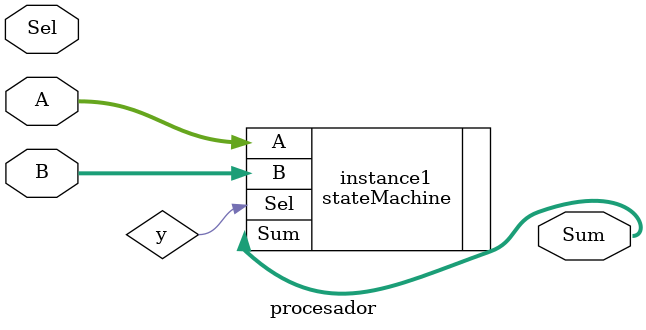
<source format=v>
`timescale 1ns / 1ps


module procesador(
    input [7:0] A,
    input [7:0] B,
    input [3:0] Sel,
    output wire [7:0] Sum
    );
            
    stateMachine instance1 (.A(A), .B(B), .Sel(y), .Sum(Sum) );
    Memory instance2 ( .a(Sel), .b(Sel), .c(Sel), .d(Sel) );    

endmodule
</source>
